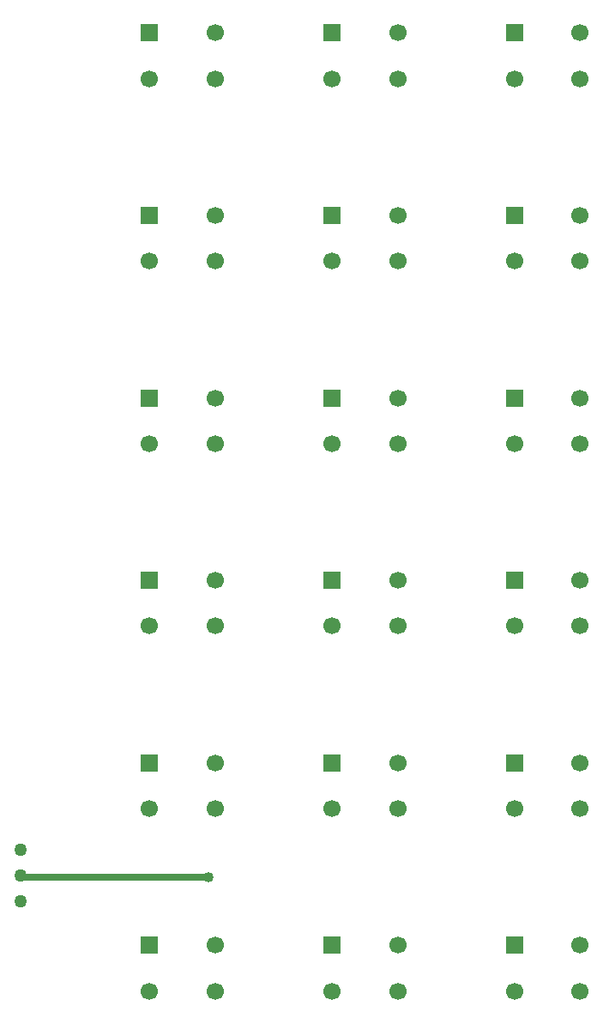
<source format=gbr>
G04 DipTrace 3.3.1.1*
G04 Bottom.gbr*
%MOIN*%
G04 #@! TF.FileFunction,Copper,L2,Bot*
G04 #@! TF.Part,Single*
G04 #@! TA.AperFunction,Conductor*
%ADD14C,0.027559*%
G04 #@! TA.AperFunction,ComponentPad*
%ADD17C,0.05*%
%ADD18R,0.066929X0.066929*%
%ADD19C,0.066929*%
G04 #@! TA.AperFunction,ViaPad*
%ADD20C,0.04*%
%FSLAX26Y26*%
G04*
G70*
G90*
G75*
G01*
G04 Bottom*
%LPD*%
X1222864Y925757D2*
D14*
X494000D1*
Y931008D1*
D20*
X1222864Y925757D3*
D17*
X494000Y1031008D3*
Y831008D3*
Y931008D3*
D18*
X994394Y4203055D3*
D19*
Y4025890D3*
X1250299D3*
Y4203055D3*
D18*
X1703055D3*
D19*
Y4025890D3*
X1958961D3*
Y4203055D3*
D18*
X2411717D3*
D19*
Y4025890D3*
X2667622D3*
Y4203055D3*
D18*
X994394Y3494394D3*
D19*
Y3317228D3*
X1250299D3*
Y3494394D3*
D18*
X1703055D3*
D19*
Y3317228D3*
X1958961D3*
Y3494394D3*
D18*
X2411717D3*
D19*
Y3317228D3*
X2667622D3*
Y3494394D3*
D18*
X994394Y2785732D3*
D19*
Y2608567D3*
X1250299D3*
Y2785732D3*
D18*
X1703055D3*
D19*
Y2608567D3*
X1958961D3*
Y2785732D3*
D18*
X2411717D3*
D19*
Y2608567D3*
X2667622D3*
Y2785732D3*
D18*
X994394Y2077071D3*
D19*
Y1899906D3*
X1250299D3*
Y2077071D3*
D18*
X1703055D3*
D19*
Y1899906D3*
X1958961D3*
Y2077071D3*
D18*
X2411717D3*
D19*
Y1899906D3*
X2667622D3*
Y2077071D3*
D18*
X1703055Y1368409D3*
D19*
Y1191244D3*
X1958961D3*
Y1368409D3*
D18*
X2411717D3*
D19*
Y1191244D3*
X2667622D3*
Y1368409D3*
D18*
X994394Y659748D3*
D19*
Y482583D3*
X1250299D3*
Y659748D3*
D18*
X1703055D3*
D19*
Y482583D3*
X1958961D3*
Y659748D3*
D18*
X2411717D3*
D19*
Y482583D3*
X2667622D3*
Y659748D3*
D18*
X994394Y1368409D3*
D19*
Y1191244D3*
X1250299D3*
Y1368409D3*
M02*

</source>
